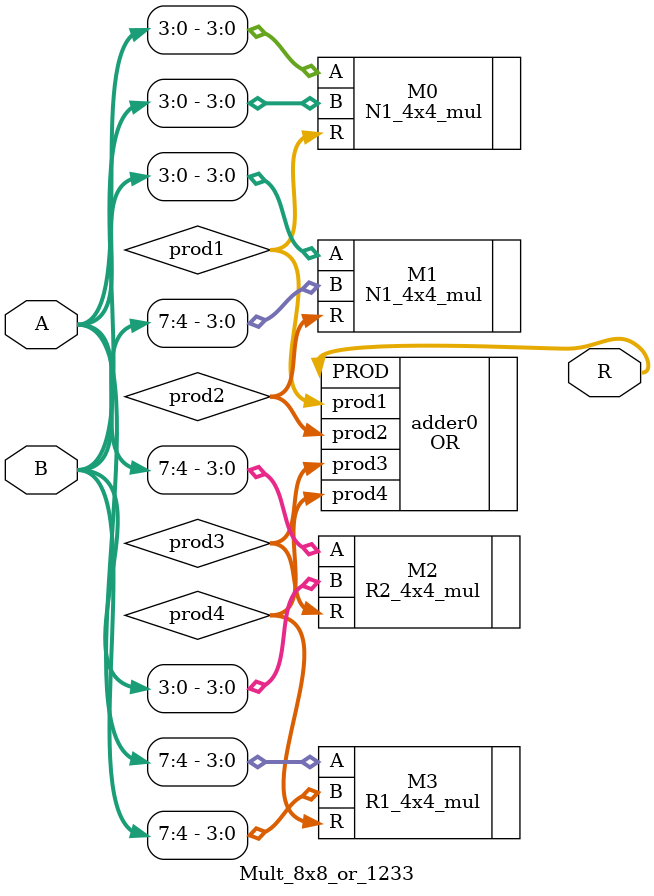
<source format=v>
module Mult_8x8_or_1233(
input [7:0] A,
input [7:0] B,
output [15:0]R
);
wire [7:0]prod1;
wire [7:0]prod2;
wire [7:0]prod3;
wire [7:0]prod4;

N1_4x4_mul M0(.A(A[3:0]),.B(B[3:0]),.R(prod1));
N1_4x4_mul M1(.A(A[3:0]),.B(B[7:4]),.R(prod2));
R2_4x4_mul M2(.A(A[7:4]),.B(B[3:0]),.R(prod3));
R1_4x4_mul M3(.A(A[7:4]),.B(B[7:4]),.R(prod4));
OR adder0(.prod1(prod1),.prod2(prod2),.prod3(prod3),.prod4(prod4),.PROD(R));
endmodule

</source>
